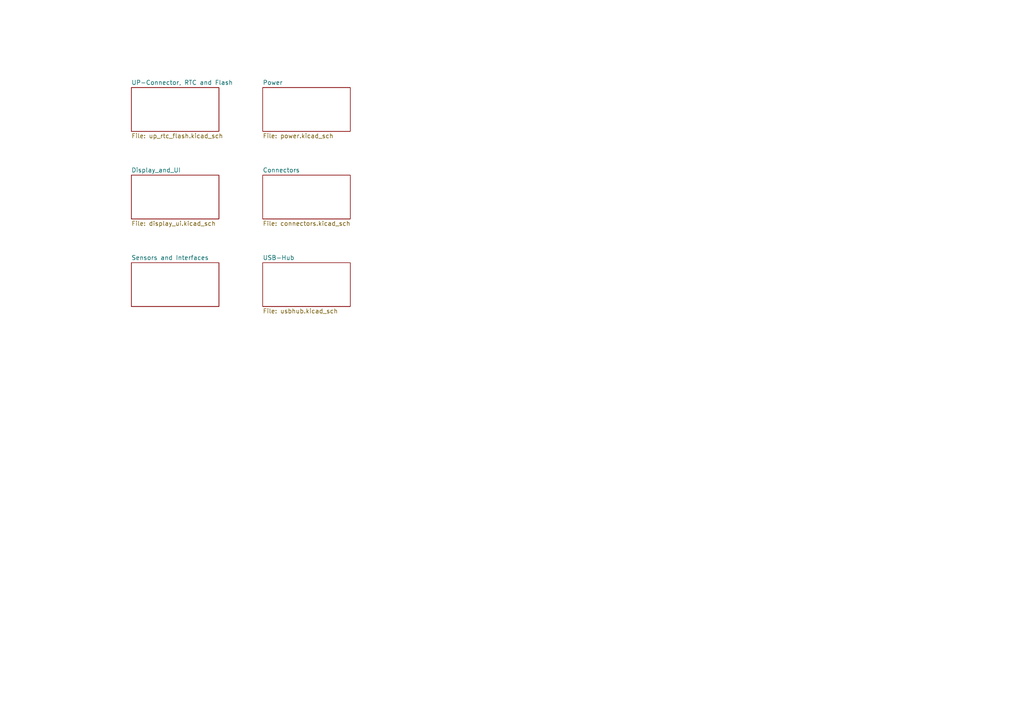
<source format=kicad_sch>
(kicad_sch (version 20211123) (generator eeschema)
  (paper "A4")
  (title_block (title "EduboardV2 Baseboard") (date "2022-06-05") (rev "1") (company "Juventus Technikerschule"))
  (lib_symbols)
  (sheet (at 38.1 76.2) (size 25.4 12.7) (stroke (width 0.1524))
    (property "Sheet name" "Sensors and Interfaces" (at 38.1 75.4884 0) (effects (justify left bottom)))
    (property "Sheet file" "sensors_interfaces.kicad_sch" (effects hide))
  )
  (sheet (at 76.2 25.4) (size 25.4 12.7) (stroke (width 0.1524))
    (property "Sheet name" "Power" (at 76.2 24.6884 0) (effects (justify left bottom)))
    (property "Sheet file" "power.kicad_sch" (at 76.2 38.6846 0) (effects (justify left top)))
  )
  (sheet (at 76.2 76.2) (size 25.4 12.7) (stroke (width 0.1524))
    (property "Sheet name" "USB-Hub" (at 76.2 75.4884 0) (effects (justify left bottom)))
    (property "Sheet file" "usbhub.kicad_sch" (at 76.2 89.4846 0) (effects (justify left top)))
  )
  (sheet (at 38.1 50.8) (size 25.4 12.7) (stroke (width 0.1524))
    (property "Sheet name" "Display_and_UI" (at 38.1 50.0884 0) (effects (justify left bottom)))
    (property "Sheet file" "display_ui.kicad_sch" (at 38.1 64.0846 0) (effects (justify left top)))
  )
  (sheet (at 76.2 50.8) (size 25.4 12.7) (stroke (width 0.1524))
    (property "Sheet name" "Connectors" (at 76.2 50.0884 0) (effects (justify left bottom)))
    (property "Sheet file" "connectors.kicad_sch" (at 76.2 64.0846 0) (effects (justify left top)))
  )
  (sheet (at 38.1 25.4) (size 25.4 12.7) (stroke (width 0.1524))
    (property "Sheet name" "UP-Connector, RTC and Flash" (at 38.1 24.6884 0) (effects (justify left bottom)))
    (property "Sheet file" "up_rtc_flash.kicad_sch" (at 38.1 38.6846 0) (effects (justify left top)))
  )
)
</source>
